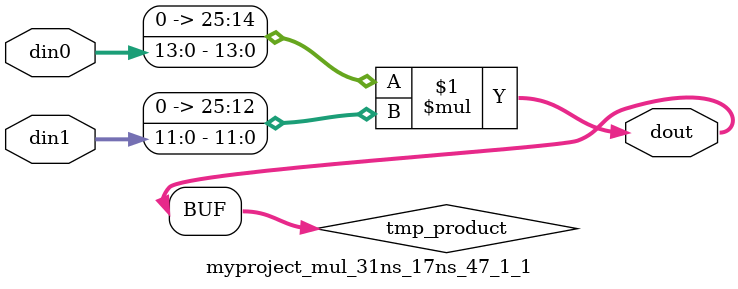
<source format=v>

`timescale 1 ns / 1 ps

  module myproject_mul_31ns_17ns_47_1_1(din0, din1, dout);
parameter ID = 1;
parameter NUM_STAGE = 0;
parameter din0_WIDTH = 14;
parameter din1_WIDTH = 12;
parameter dout_WIDTH = 26;

input [din0_WIDTH - 1 : 0] din0; 
input [din1_WIDTH - 1 : 0] din1; 
output [dout_WIDTH - 1 : 0] dout;

wire signed [dout_WIDTH - 1 : 0] tmp_product;










assign tmp_product = $signed({1'b0, din0}) * $signed({1'b0, din1});











assign dout = tmp_product;







endmodule

</source>
